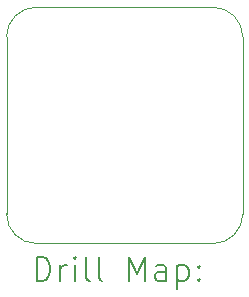
<source format=gbr>
%TF.GenerationSoftware,KiCad,Pcbnew,7.0.5+dfsg-2*%
%TF.CreationDate,2023-08-15T21:55:28+02:00*%
%TF.ProjectId,022-lumped-quadrature-coupler,3032322d-6c75-46d7-9065-642d71756164,1*%
%TF.SameCoordinates,Original*%
%TF.FileFunction,Drillmap*%
%TF.FilePolarity,Positive*%
%FSLAX45Y45*%
G04 Gerber Fmt 4.5, Leading zero omitted, Abs format (unit mm)*
G04 Created by KiCad (PCBNEW 7.0.5+dfsg-2) date 2023-08-15 21:55:28*
%MOMM*%
%LPD*%
G01*
G04 APERTURE LIST*
%ADD10C,0.100000*%
%ADD11C,0.200000*%
G04 APERTURE END LIST*
D10*
X13750000Y-8500000D02*
G75*
G03*
X14000000Y-8750000I250000J0D01*
G01*
X15500000Y-8750000D02*
X14000000Y-8750000D01*
X14000000Y-6750000D02*
X15500000Y-6750000D01*
X15750000Y-7000000D02*
X15750000Y-8500000D01*
X13750000Y-8500000D02*
X13750000Y-7000000D01*
X15500000Y-8750000D02*
G75*
G03*
X15750000Y-8500000I0J250000D01*
G01*
X15750000Y-7000000D02*
G75*
G03*
X15500000Y-6750000I-250000J0D01*
G01*
X14000000Y-6750000D02*
G75*
G03*
X13750000Y-7000000I0J-250000D01*
G01*
D11*
X14005777Y-9066484D02*
X14005777Y-8866484D01*
X14005777Y-8866484D02*
X14053396Y-8866484D01*
X14053396Y-8866484D02*
X14081967Y-8876008D01*
X14081967Y-8876008D02*
X14101015Y-8895055D01*
X14101015Y-8895055D02*
X14110539Y-8914103D01*
X14110539Y-8914103D02*
X14120062Y-8952198D01*
X14120062Y-8952198D02*
X14120062Y-8980770D01*
X14120062Y-8980770D02*
X14110539Y-9018865D01*
X14110539Y-9018865D02*
X14101015Y-9037912D01*
X14101015Y-9037912D02*
X14081967Y-9056960D01*
X14081967Y-9056960D02*
X14053396Y-9066484D01*
X14053396Y-9066484D02*
X14005777Y-9066484D01*
X14205777Y-9066484D02*
X14205777Y-8933150D01*
X14205777Y-8971246D02*
X14215301Y-8952198D01*
X14215301Y-8952198D02*
X14224824Y-8942674D01*
X14224824Y-8942674D02*
X14243872Y-8933150D01*
X14243872Y-8933150D02*
X14262920Y-8933150D01*
X14329586Y-9066484D02*
X14329586Y-8933150D01*
X14329586Y-8866484D02*
X14320062Y-8876008D01*
X14320062Y-8876008D02*
X14329586Y-8885531D01*
X14329586Y-8885531D02*
X14339110Y-8876008D01*
X14339110Y-8876008D02*
X14329586Y-8866484D01*
X14329586Y-8866484D02*
X14329586Y-8885531D01*
X14453396Y-9066484D02*
X14434348Y-9056960D01*
X14434348Y-9056960D02*
X14424824Y-9037912D01*
X14424824Y-9037912D02*
X14424824Y-8866484D01*
X14558158Y-9066484D02*
X14539110Y-9056960D01*
X14539110Y-9056960D02*
X14529586Y-9037912D01*
X14529586Y-9037912D02*
X14529586Y-8866484D01*
X14786729Y-9066484D02*
X14786729Y-8866484D01*
X14786729Y-8866484D02*
X14853396Y-9009341D01*
X14853396Y-9009341D02*
X14920062Y-8866484D01*
X14920062Y-8866484D02*
X14920062Y-9066484D01*
X15101015Y-9066484D02*
X15101015Y-8961722D01*
X15101015Y-8961722D02*
X15091491Y-8942674D01*
X15091491Y-8942674D02*
X15072443Y-8933150D01*
X15072443Y-8933150D02*
X15034348Y-8933150D01*
X15034348Y-8933150D02*
X15015301Y-8942674D01*
X15101015Y-9056960D02*
X15081967Y-9066484D01*
X15081967Y-9066484D02*
X15034348Y-9066484D01*
X15034348Y-9066484D02*
X15015301Y-9056960D01*
X15015301Y-9056960D02*
X15005777Y-9037912D01*
X15005777Y-9037912D02*
X15005777Y-9018865D01*
X15005777Y-9018865D02*
X15015301Y-8999817D01*
X15015301Y-8999817D02*
X15034348Y-8990293D01*
X15034348Y-8990293D02*
X15081967Y-8990293D01*
X15081967Y-8990293D02*
X15101015Y-8980770D01*
X15196253Y-8933150D02*
X15196253Y-9133150D01*
X15196253Y-8942674D02*
X15215301Y-8933150D01*
X15215301Y-8933150D02*
X15253396Y-8933150D01*
X15253396Y-8933150D02*
X15272443Y-8942674D01*
X15272443Y-8942674D02*
X15281967Y-8952198D01*
X15281967Y-8952198D02*
X15291491Y-8971246D01*
X15291491Y-8971246D02*
X15291491Y-9028389D01*
X15291491Y-9028389D02*
X15281967Y-9047436D01*
X15281967Y-9047436D02*
X15272443Y-9056960D01*
X15272443Y-9056960D02*
X15253396Y-9066484D01*
X15253396Y-9066484D02*
X15215301Y-9066484D01*
X15215301Y-9066484D02*
X15196253Y-9056960D01*
X15377205Y-9047436D02*
X15386729Y-9056960D01*
X15386729Y-9056960D02*
X15377205Y-9066484D01*
X15377205Y-9066484D02*
X15367682Y-9056960D01*
X15367682Y-9056960D02*
X15377205Y-9047436D01*
X15377205Y-9047436D02*
X15377205Y-9066484D01*
X15377205Y-8942674D02*
X15386729Y-8952198D01*
X15386729Y-8952198D02*
X15377205Y-8961722D01*
X15377205Y-8961722D02*
X15367682Y-8952198D01*
X15367682Y-8952198D02*
X15377205Y-8942674D01*
X15377205Y-8942674D02*
X15377205Y-8961722D01*
M02*

</source>
